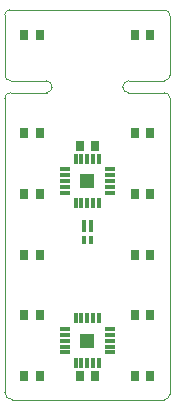
<source format=gbp>
G04 Layer_Color=128*
%FSLAX24Y24*%
%MOIN*%
G70*
G01*
G75*
%ADD14C,0.0039*%
%ADD18R,0.0500X0.0500*%
%ADD19R,0.0120X0.0340*%
%ADD20R,0.0340X0.0120*%
%ADD21R,0.0276X0.0354*%
%ADD22R,0.0150X0.0402*%
%ADD23R,0.0150X0.0299*%
D14*
X5315Y0D02*
G03*
X5512Y197I0J197D01*
G01*
Y10039D02*
G03*
X5315Y10236I-197J0D01*
G01*
X3937Y10413D02*
G03*
X4114Y10236I177J0D01*
G01*
X4134Y10630D02*
G03*
X3937Y10433I0J-197D01*
G01*
X5315Y10630D02*
G03*
X5512Y10827I0J197D01*
G01*
Y12795D02*
G03*
X5315Y12992I-197J0D01*
G01*
X157D02*
G03*
X0Y12835I0J-157D01*
G01*
Y10827D02*
G03*
X197Y10630I197J0D01*
G01*
X1575Y10433D02*
G03*
X1378Y10630I-197J0D01*
G01*
X1398Y10236D02*
G03*
X1575Y10413I0J177D01*
G01*
X197Y10236D02*
G03*
X0Y10039I0J-197D01*
G01*
Y251D02*
G03*
X251Y0I251J0D01*
G01*
X251D02*
X5315D01*
X5512Y197D02*
Y251D01*
Y10039D01*
X4114Y10236D02*
X5315D01*
X3937Y10413D02*
Y10433D01*
X4134Y10630D02*
X5315D01*
X5512Y10827D02*
Y12795D01*
X5261Y12992D02*
X5315D01*
X157D02*
X5261D01*
X0Y10827D02*
Y12835D01*
X197Y10630D02*
X1378D01*
X1575Y10413D02*
Y10433D01*
X197Y10236D02*
X1398D01*
X0Y9985D02*
Y10039D01*
Y251D02*
Y9985D01*
X251Y0D02*
X251D01*
D18*
X2756Y1968D02*
D03*
Y7283D02*
D03*
D19*
X3146Y2708D02*
D03*
X2956D02*
D03*
X2756D02*
D03*
X2556D02*
D03*
X2366D02*
D03*
Y1228D02*
D03*
X2556D02*
D03*
X2756D02*
D03*
X2956D02*
D03*
X3146D02*
D03*
X2366Y8023D02*
D03*
X2556D02*
D03*
X2756D02*
D03*
X2956D02*
D03*
X3146D02*
D03*
Y6543D02*
D03*
X2956D02*
D03*
X2756D02*
D03*
X2556D02*
D03*
X2366D02*
D03*
D20*
X2016Y2358D02*
D03*
Y2168D02*
D03*
Y1968D02*
D03*
Y1768D02*
D03*
Y1578D02*
D03*
X3496D02*
D03*
Y1768D02*
D03*
Y1968D02*
D03*
Y2168D02*
D03*
Y2358D02*
D03*
X2016Y6893D02*
D03*
Y7083D02*
D03*
Y7283D02*
D03*
Y7483D02*
D03*
Y7673D02*
D03*
X3496D02*
D03*
Y7483D02*
D03*
Y7283D02*
D03*
Y7083D02*
D03*
Y6893D02*
D03*
D21*
X4856Y6852D02*
D03*
X4344D02*
D03*
X4856Y8874D02*
D03*
X4344D02*
D03*
X4856Y4830D02*
D03*
X4344D02*
D03*
X2500Y8464D02*
D03*
X3012D02*
D03*
X4856Y787D02*
D03*
X4344D02*
D03*
X4856Y12165D02*
D03*
X4344D02*
D03*
X650Y8874D02*
D03*
X1161D02*
D03*
X650Y6852D02*
D03*
X1161D02*
D03*
X650Y4830D02*
D03*
X1161D02*
D03*
X650Y787D02*
D03*
X1161D02*
D03*
X3012D02*
D03*
X2500D02*
D03*
X650Y2809D02*
D03*
X1161D02*
D03*
X650Y12165D02*
D03*
X1161D02*
D03*
X4344Y2806D02*
D03*
X4856D02*
D03*
D22*
X2882Y5776D02*
D03*
X2630D02*
D03*
D23*
X2882Y5327D02*
D03*
X2630D02*
D03*
M02*

</source>
